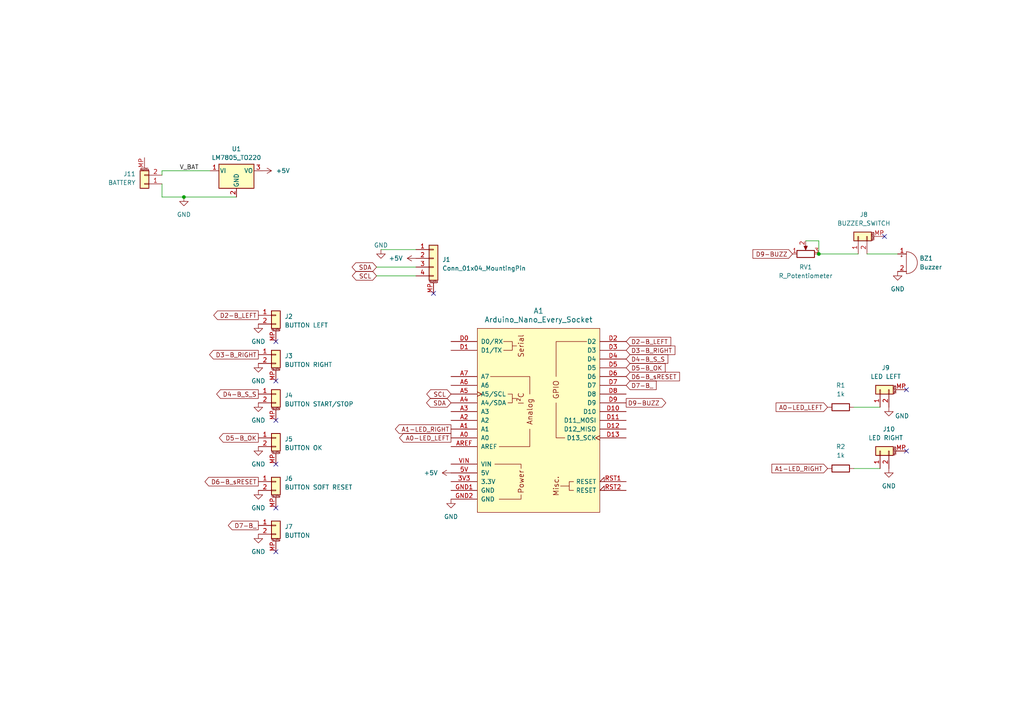
<source format=kicad_sch>
(kicad_sch (version 20230121) (generator eeschema)
  (paper "A4")
  (lib_symbols
    (symbol "Connector_Generic_MountingPin:Conn_01x02_MountingPin" (pin_names (offset 1.016) hide)
      (property "Reference" "J" (at 0 2.54 0))
      (property "Value" "Conn_01x02_MountingPin" (at 1.27 -5.08 0))
      (symbol "Conn_01x02_MountingPin_1_1"
        (rectangle (start -1.27 -2.413) (end 0 -2.667) (stroke (width 0.1524)))
        (rectangle (start -1.27 0.127) (end 0 -0.127) (stroke (width 0.1524)))
        (rectangle (start -1.27 1.27) (end 1.27 -3.81) (stroke (width 0.254)) (fill (type background)))
        (polyline (pts (xy -1.016 -4.572) (xy 1.016 -4.572)) (stroke (width 0.1524)))
        (text "Mounting" (at 0 -4.191 0) (effects (font (size 0.381 0.381))))
        (pin passive line (at -5.08 0 0) (length 3.81) (name "Pin_1") (number "1"))
        (pin passive line (at -5.08 -2.54 0) (length 3.81) (name "Pin_2") (number "2"))
        (pin passive line (at 0 -7.62 90) (length 3.048) (name "MountPin") (number "MP"))
      )
    )
    (symbol "Connector_Generic_MountingPin:Conn_01x04_MountingPin" (pin_names (offset 1.016) hide)
      (property "Reference" "J" (at 0 5.08 0))
      (property "Value" "Conn_01x04_MountingPin" (at 1.27 -7.62 0))
      (symbol "Conn_01x04_MountingPin_1_1"
        (rectangle (start -1.27 -4.953) (end 0 -5.207) (stroke (width 0.1524)))
        (rectangle (start -1.27 -2.413) (end 0 -2.667) (stroke (width 0.1524)))
        (rectangle (start -1.27 0.127) (end 0 -0.127) (stroke (width 0.1524)))
        (rectangle (start -1.27 2.667) (end 0 2.413) (stroke (width 0.1524)))
        (rectangle (start -1.27 3.81) (end 1.27 -6.35) (stroke (width 0.254)) (fill (type background)))
        (polyline (pts (xy -1.016 -7.112) (xy 1.016 -7.112)) (stroke (width 0.1524)))
        (text "Mounting" (at 0 -6.731 0) (effects (font (size 0.381 0.381))))
        (pin passive line (at -5.08 2.54 0) (length 3.81) (name "Pin_1") (number "1"))
        (pin passive line (at -5.08 0 0) (length 3.81) (name "Pin_2") (number "2"))
        (pin passive line (at -5.08 -2.54 0) (length 3.81) (name "Pin_3") (number "3"))
        (pin passive line (at -5.08 -5.08 0) (length 3.81) (name "Pin_4") (number "4"))
        (pin passive line (at 0 -10.16 90) (length 3.048) (name "MountPin") (number "MP"))
      )
    )
    (symbol "Device:Buzzer" (pin_names (offset 0.0254) hide)
      (property "Reference" "BZ" (at 3.81 1.27 0))
      (property "Value" "Buzzer" (at 3.81 -1.27 0))
      (symbol "Buzzer_0_1"
        (arc (start 0 -3.175) (mid 3.1612 0) (end 0 3.175))
        (polyline (pts (xy -1.651 1.905) (xy -1.143 1.905)))
        (polyline (pts (xy -1.397 2.159) (xy -1.397 1.651)))
        (polyline (pts (xy 0 3.175) (xy 0 -3.175)))
      )
      (symbol "Buzzer_1_1"
        (pin passive line (at -2.54 2.54 0) (length 2.54) (name "-") (number "1"))
        (pin passive line (at -2.54 -2.54 0) (length 2.54) (name "+") (number "2"))
      )
    )
    (symbol "Device:R" (pin_numbers hide) (pin_names (offset 0))
      (property "Reference" "R" (at 2.032 0 90))
      (property "Value" "R" (at 0 0 90))
      (symbol "R_0_1"
        (rectangle (start -1.016 -2.54) (end 1.016 2.54) (stroke (width 0.254)))
      )
      (symbol "R_1_1"
        (pin passive line (at 0 3.81 270) (length 1.27) (name "~") (number "1"))
        (pin passive line (at 0 -3.81 90) (length 1.27) (name "~") (number "2"))
      )
    )
    (symbol "Device:R_Potentiometer" (pin_names (offset 1.016) hide)
      (property "Reference" "RV" (at -4.445 0 90))
      (property "Value" "R_Potentiometer" (at -2.54 0 90))
      (symbol "R_Potentiometer_0_1"
        (polyline (pts (xy 2.54 0) (xy 1.524 0)))
        (polyline (pts (xy 1.143 0) (xy 2.286 0.508) (xy 2.286 -0.508) (xy 1.143 0)) (fill (type outline)))
        (rectangle (start 1.016 2.54) (end -1.016 -2.54) (stroke (width 0.254)))
      )
      (symbol "R_Potentiometer_1_1"
        (pin passive line (at 0 3.81 270) (length 1.27) (name "1") (number "1"))
        (pin passive line (at 3.81 0 180) (length 1.27) (name "2") (number "2"))
        (pin passive line (at 0 -3.81 90) (length 1.27) (name "3") (number "3"))
      )
    )
    (symbol "PCM_arduino-library:Arduino_Nano_Every_Socket" (pin_names (offset 1.016))
      (property "Reference" "A" (at 0 33.02 0))
      (property "Value" "Arduino_Nano_Every_Socket" (at 0 29.21 0))
      (symbol "Arduino_Nano_Every_Socket_0_0"
        (rectangle (start -17.78 26.67) (end 17.78 -26.67) (fill (type background)))
        (polyline (pts (xy -7.62 6.35) (xy -6.35 6.35)))
        (polyline (pts (xy -7.62 21.59) (xy -6.35 21.59)))
        (polyline (pts (xy 8.89 -19.05) (xy 6.35 -19.05)))
        (polyline (pts (xy -11.43 -22.86) (xy -5.08 -22.86) (xy -5.08 -21.59)))
        (polyline (pts (xy -5.08 -13.97) (xy -5.08 -12.7) (xy -12.7 -12.7)))
        (polyline (pts (xy -10.16 22.86) (xy -7.62 22.86) (xy -7.62 20.32) (xy -10.16 20.32)))
        (polyline (pts (xy -8.89 7.62) (xy -7.62 7.62) (xy -7.62 5.08) (xy -8.89 5.08)))
        (text "Analog" (at -2.54 2.54 900) (effects (font (size 1.524 1.524))))
        (text "I²C" (at -5.08 6.35 900) (effects (font (size 1.524 1.524))))
        (text "Misc." (at 5.08 -19.05 900) (effects (font (size 1.524 1.524))))
        (text "Power" (at -5.08 -17.78 900) (effects (font (size 1.524 1.524))))
        (text "Serial" (at -5.08 21.59 900) (effects (font (size 1.524 1.524))))
      )
      (symbol "Arduino_Nano_Every_Socket_0_1"
        (polyline (pts (xy -13.97 12.7) (xy -2.54 12.7) (xy -2.54 7.62)))
        (polyline (pts (xy -11.43 -7.62) (xy -2.54 -7.62) (xy -2.54 -2.54)))
        (polyline (pts (xy 7.62 -5.08) (xy 5.08 -5.08) (xy 5.08 5.08)))
        (polyline (pts (xy 13.97 22.86) (xy 5.08 22.86) (xy 5.08 12.7)))
        (polyline (pts (xy 10.16 -17.78) (xy 8.89 -17.78) (xy 8.89 -20.32) (xy 10.16 -20.32)))
      )
      (symbol "Arduino_Nano_Every_Socket_1_0"
        (text "GPIO" (at 5.08 8.89 900) (effects (font (size 1.524 1.524))))
      )
      (symbol "Arduino_Nano_Every_Socket_1_1"
        (pin power_out line (at -25.4 -17.78 0) (length 7.62) (name "3.3V") (number "3V3"))
        (pin power_in line (at -25.4 -15.24 0) (length 7.62) (name "5V") (number "5V"))
        (pin bidirectional line (at -25.4 -5.08 0) (length 7.62) (name "A0") (number "A0"))
        (pin bidirectional line (at -25.4 -2.54 0) (length 7.62) (name "A1") (number "A1"))
        (pin bidirectional line (at -25.4 0 0) (length 7.62) (name "A2") (number "A2"))
        (pin bidirectional line (at -25.4 2.54 0) (length 7.62) (name "A3") (number "A3"))
        (pin bidirectional line (at -25.4 5.08 0) (length 7.62) (name "A4/SDA") (number "A4"))
        (pin bidirectional clock (at -25.4 7.62 0) (length 7.62) (name "A5/SCL") (number "A5"))
        (pin input line (at -25.4 10.16 0) (length 7.62) (name "A6") (number "A6"))
        (pin input line (at -25.4 12.7 0) (length 7.62) (name "A7") (number "A7"))
        (pin input line (at -25.4 -7.62 0) (length 7.62) (name "AREF") (number "AREF"))
        (pin bidirectional line (at -25.4 22.86 0) (length 7.62) (name "D0/RX") (number "D0"))
        (pin bidirectional line (at -25.4 20.32 0) (length 7.62) (name "D1/TX") (number "D1"))
        (pin bidirectional line (at 25.4 2.54 180) (length 7.62) (name "D10") (number "D10"))
        (pin bidirectional line (at 25.4 0 180) (length 7.62) (name "D11_MOSI") (number "D11"))
        (pin bidirectional line (at 25.4 -2.54 180) (length 7.62) (name "D12_MISO") (number "D12"))
        (pin bidirectional clock (at 25.4 -5.08 180) (length 7.62) (name "D13_SCK") (number "D13"))
        (pin bidirectional line (at 25.4 22.86 180) (length 7.62) (name "D2") (number "D2"))
        (pin bidirectional line (at 25.4 20.32 180) (length 7.62) (name "D3") (number "D3"))
        (pin bidirectional line (at 25.4 17.78 180) (length 7.62) (name "D4") (number "D4"))
        (pin bidirectional line (at 25.4 15.24 180) (length 7.62) (name "D5") (number "D5"))
        (pin bidirectional line (at 25.4 12.7 180) (length 7.62) (name "D6") (number "D6"))
        (pin bidirectional line (at 25.4 10.16 180) (length 7.62) (name "D7") (number "D7"))
        (pin bidirectional line (at 25.4 7.62 180) (length 7.62) (name "D8") (number "D8"))
        (pin bidirectional line (at 25.4 5.08 180) (length 7.62) (name "D9") (number "D9"))
        (pin power_in line (at -25.4 -20.32 0) (length 7.62) (name "GND") (number "GND1"))
        (pin power_in line (at -25.4 -22.86 0) (length 7.62) (name "GND") (number "GND2"))
        (pin open_collector input_low (at 25.4 -17.78 180) (length 7.62) (name "RESET") (number "RST1"))
        (pin open_collector input_low (at 25.4 -20.32 180) (length 7.62) (name "RESET") (number "RST2"))
        (pin power_in line (at -25.4 -12.7 0) (length 7.62) (name "VIN") (number "VIN"))
      )
    )
    (symbol "Regulator_Linear:LM7805_TO220" (pin_names (offset 0.254))
      (property "Reference" "U" (at -3.81 3.175 0))
      (property "Value" "LM7805_TO220" (at 0 3.175 0))
      (symbol "LM7805_TO220_0_1"
        (rectangle (start -5.08 1.905) (end 5.08 -5.08) (stroke (width 0.254)) (fill (type background)))
      )
      (symbol "LM7805_TO220_1_1"
        (pin power_in line (at -7.62 0 0) (length 2.54) (name "VI") (number "1"))
        (pin power_in line (at 0 -7.62 90) (length 2.54) (name "GND") (number "2"))
        (pin power_out line (at 7.62 0 180) (length 2.54) (name "VO") (number "3"))
      )
    )
    (symbol "power:+5V" (power) (pin_names (offset 0))
      (property "Value" "+5V" (at 0 3.556 0))
      (symbol "+5V_0_1"
        (polyline (pts (xy -0.762 1.27) (xy 0 2.54)))
        (polyline (pts (xy 0 0) (xy 0 2.54)))
        (polyline (pts (xy 0 2.54) (xy 0.762 1.27)))
      )
      (symbol "+5V_1_1"
        (pin power_in line (at 0 0 90) (length 0) hide (name "+5V") (number "1"))
      )
    )
    (symbol "power:GND" (power) (pin_names (offset 0))
      (property "Value" "GND" (at 0 -3.81 0))
      (symbol "GND_0_1"
        (polyline (pts (xy 0 0) (xy 0 -1.27) (xy 1.27 -1.27) (xy 0 -2.54) (xy -1.27 -1.27) (xy 0 -1.27)))
      )
      (symbol "GND_1_1"
        (pin power_in line (at 0 0 270) (length 0) hide (name "GND") (number "1"))
      )
    )
  )
  (junction (at 237.49 73.66))
  (junction (at 53.34 57.15))
  (no_connect (at 80.01 160.02))
  (no_connect (at 262.89 113.03))
  (no_connect (at 256.54 68.58))
  (no_connect (at 80.01 99.06))
  (no_connect (at 125.73 85.09))
  (no_connect (at 262.89 130.81))
  (no_connect (at 80.01 121.92))
  (no_connect (at 80.01 110.49))
  (no_connect (at 80.01 134.62))
  (no_connect (at 80.01 147.32))
  (wire (pts (xy 109.22 77.47) (xy 120.65 77.47)))
  (wire (pts (xy 46.99 57.15) (xy 53.34 57.15)))
  (wire (pts (xy 53.34 57.15) (xy 68.58 57.15)))
  (wire (pts (xy 46.99 49.53) (xy 60.96 49.53)))
  (wire (pts (xy 247.65 118.11) (xy 255.27 118.11)))
  (wire (pts (xy 46.99 50.8) (xy 46.99 49.53)))
  (wire (pts (xy 109.22 80.01) (xy 120.65 80.01)))
  (wire (pts (xy 237.49 73.66) (xy 248.92 73.66)))
  (wire (pts (xy 251.46 73.66) (xy 260.35 73.66)))
  (wire (pts (xy 110.49 72.39) (xy 120.65 72.39)))
  (wire (pts (xy 46.99 53.34) (xy 46.99 57.15)))
  (wire (pts (xy 233.68 69.85) (xy 237.49 69.85)))
  (wire (pts (xy 247.65 135.89) (xy 255.27 135.89)))
  (wire (pts (xy 237.49 69.85) (xy 237.49 73.66)))
  (label "V_BAT" (at 52.07 49.53 0))
  (global_label "D7-B_" (shape input) (at 181.61 111.76 0) (property "Intersheetrefs" "${INTERSHEET_REFS}" (effects hide)))
  (global_label "A0-LED_LEFT" (shape input) (at 240.03 118.11 180) (property "Intersheetrefs" "${INTERSHEET_REFS}" (effects hide)))
  (global_label "D5-B_OK" (shape output) (at 74.93 127 180) (property "Intersheetrefs" "${INTERSHEET_REFS}" (effects hide)))
  (global_label "SCL" (shape bidirectional) (at 130.81 114.3 180) (property "Intersheetrefs" "${INTERSHEET_REFS}" (effects hide)))
  (global_label "D9-BUZZ" (shape output) (at 181.61 116.84 0) (property "Intersheetrefs" "${INTERSHEET_REFS}" (effects hide)))
  (global_label "D3-B_RIGHT" (shape output) (at 74.93 102.87 180) (property "Intersheetrefs" "${INTERSHEET_REFS}" (effects hide)))
  (global_label "D6-B_sRESET" (shape input) (at 181.61 109.22 0) (property "Intersheetrefs" "${INTERSHEET_REFS}" (effects hide)))
  (global_label "A1-LED_RIGHT" (shape input) (at 240.03 135.89 180) (property "Intersheetrefs" "${INTERSHEET_REFS}" (effects hide)))
  (global_label "D4-B_S_S" (shape input) (at 181.61 104.14 0) (property "Intersheetrefs" "${INTERSHEET_REFS}" (effects hide)))
  (global_label "D5-B_OK" (shape input) (at 181.61 106.68 0) (property "Intersheetrefs" "${INTERSHEET_REFS}" (effects hide)))
  (global_label "D2-B_LEFT" (shape input) (at 181.61 99.06 0) (property "Intersheetrefs" "${INTERSHEET_REFS}" (effects hide)))
  (global_label "D6-B_sRESET" (shape output) (at 74.93 139.7 180) (property "Intersheetrefs" "${INTERSHEET_REFS}" (effects hide)))
  (global_label "A0-LED_LEFT" (shape output) (at 130.81 127 180) (property "Intersheetrefs" "${INTERSHEET_REFS}" (effects hide)))
  (global_label "D3-B_RIGHT" (shape input) (at 181.61 101.6 0) (property "Intersheetrefs" "${INTERSHEET_REFS}" (effects hide)))
  (global_label "A1-LED_RIGHT" (shape output) (at 130.81 124.46 180) (property "Intersheetrefs" "${INTERSHEET_REFS}" (effects hide)))
  (global_label "D9-BUZZ" (shape input) (at 229.87 73.66 180) (property "Intersheetrefs" "${INTERSHEET_REFS}" (effects hide)))
  (global_label "D7-B_" (shape output) (at 74.93 152.4 180) (property "Intersheetrefs" "${INTERSHEET_REFS}" (effects hide)))
  (global_label "SCL" (shape bidirectional) (at 109.22 80.01 180) (property "Intersheetrefs" "${INTERSHEET_REFS}" (effects hide)))
  (global_label "D4-B_S_S" (shape output) (at 74.93 114.3 180) (property "Intersheetrefs" "${INTERSHEET_REFS}" (effects hide)))
  (global_label "SDA" (shape bidirectional) (at 109.22 77.47 180) (property "Intersheetrefs" "${INTERSHEET_REFS}" (effects hide)))
  (global_label "D2-B_LEFT" (shape output) (at 74.93 91.44 180) (property "Intersheetrefs" "${INTERSHEET_REFS}" (effects hide)))
  (global_label "SDA" (shape bidirectional) (at 130.81 116.84 180) (property "Intersheetrefs" "${INTERSHEET_REFS}" (effects hide)))
  (symbol (lib_id "Connector_Generic_MountingPin:Conn_01x02_MountingPin") (at 255.27 113.03 90) (unit 1)
    (property "Reference" "J9" (at 256.8956 106.68 90))
    (property "Value" "LED LEFT" (at 256.8956 109.22 90))
    (property "Footprint" "Connector_PinHeader_2.54mm:PinHeader_1x02_P2.54mm_Vertical" (effects hide))
  )
  (symbol (lib_id "Connector_Generic_MountingPin:Conn_01x02_MountingPin") (at 248.92 68.58 90) (unit 1)
    (property "Reference" "J8" (at 250.5456 62.23 90))
    (property "Value" "BUZZER_SWITCH" (at 250.5456 64.77 90))
    (property "Footprint" "Connector_PinHeader_2.54mm:PinHeader_1x02_P2.54mm_Vertical" (effects hide))
  )
  (symbol (lib_id "Connector_Generic_MountingPin:Conn_01x02_MountingPin") (at 80.01 127 0) (unit 1)
    (property "Reference" "J5" (at 82.55 127.3556 0) (effects (justify left)))
    (property "Value" "BUTTON OK" (at 82.55 129.8956 0) (effects (justify left)))
    (property "Footprint" "Connector_PinHeader_2.54mm:PinHeader_1x02_P2.54mm_Vertical" (effects hide))
  )
  (symbol (lib_id "power:GND") (at 74.93 105.41 0) (unit 1)
    (property "Reference" "#PWR06" (effects hide))
    (property "Value" "GND" (at 74.93 110.49 0))
  )
  (symbol (lib_id "power:GND") (at 257.81 135.89 0) (unit 1)
    (property "Reference" "#PWR013" (effects hide))
    (property "Value" "GND" (at 257.81 140.97 0))
  )
  (symbol (lib_id "power:+5V") (at 120.65 74.93 90) (unit 1)
    (property "Reference" "#PWR02" (effects hide))
    (property "Value" "+5V" (at 116.84 74.93 90) (effects (justify left)))
  )
  (symbol (lib_id "power:GND") (at 130.81 144.78 0) (unit 1)
    (property "Reference" "#PWR04" (effects hide))
    (property "Value" "GND" (at 130.81 149.86 0))
  )
  (symbol (lib_id "PCM_arduino-library:Arduino_Nano_Every_Socket") (at 156.21 121.92 0) (unit 1)
    (property "Reference" "A1" (at 156.21 90.17 0) (effects (font (size 1.524 1.524))))
    (property "Value" "Arduino_Nano_Every_Socket" (at 156.21 92.71 0) (effects (font (size 1.524 1.524))))
    (property "Footprint" "PCM_arduino-library:Arduino_Nano_Every_Socket" (effects hide))
    (property "Datasheet" "https://docs.arduino.cc/hardware/nano-every" (effects hide))
  )
  (symbol (lib_id "power:GND") (at 260.35 78.74 0) (unit 1)
    (property "Reference" "#PWR011" (effects hide))
    (property "Value" "GND" (at 260.35 83.82 0))
  )
  (symbol (lib_id "Connector_Generic_MountingPin:Conn_01x02_MountingPin") (at 80.01 152.4 0) (unit 1)
    (property "Reference" "J7" (at 82.55 152.7556 0) (effects (justify left)))
    (property "Value" "BUTTON" (at 82.55 155.2956 0) (effects (justify left)))
    (property "Footprint" "Connector_PinHeader_2.54mm:PinHeader_1x02_P2.54mm_Vertical" (effects hide))
  )
  (symbol (lib_id "Connector_Generic_MountingPin:Conn_01x02_MountingPin") (at 41.91 53.34 180) (unit 1)
    (property "Reference" "J11" (at 39.37 50.4444 0) (effects (justify left)))
    (property "Value" "BATTERY" (at 39.37 52.9844 0) (effects (justify left)))
    (property "Footprint" "Connector_PinHeader_2.54mm:PinHeader_1x02_P2.54mm_Vertical" (effects hide))
  )
  (symbol (lib_id "power:GND") (at 74.93 142.24 0) (unit 1)
    (property "Reference" "#PWR09" (effects hide))
    (property "Value" "GND" (at 74.93 147.32 0))
  )
  (symbol (lib_id "power:GND") (at 110.49 72.39 0) (unit 1)
    (property "Reference" "#PWR01" (effects hide))
    (property "Value" "GND" (at 110.49 71.12 0))
  )
  (symbol (lib_id "Device:R_Potentiometer") (at 233.68 73.66 90) (unit 1)
    (property "Reference" "RV1" (at 233.68 77.47 90))
    (property "Value" "R_Potentiometer" (at 233.68 80.01 90))
    (property "Footprint" "Potentiometer_THT:Potentiometer_ACP_CA9-V10_Vertical" (effects hide))
  )
  (symbol (lib_id "Connector_Generic_MountingPin:Conn_01x02_MountingPin") (at 255.27 130.81 90) (unit 1)
    (property "Reference" "J10" (at 257.81 124.46 90))
    (property "Value" "LED RIGHT" (at 256.8956 127 90))
    (property "Footprint" "Connector_PinHeader_2.54mm:PinHeader_1x02_P2.54mm_Vertical" (effects hide))
  )
  (symbol (lib_id "power:+5V") (at 76.2 49.53 270) (unit 1)
    (property "Reference" "#PWR015" (effects hide))
    (property "Value" "+5V" (at 80.01 49.53 90) (effects (justify left)))
  )
  (symbol (lib_id "power:GND") (at 74.93 116.84 0) (unit 1)
    (property "Reference" "#PWR07" (effects hide))
    (property "Value" "GND" (at 74.93 121.92 0))
  )
  (symbol (lib_id "Connector_Generic_MountingPin:Conn_01x02_MountingPin") (at 80.01 139.7 0) (unit 1)
    (property "Reference" "J6" (at 82.55 138.7856 0) (effects (justify left)))
    (property "Value" "BUTTON SOFT RESET" (at 82.55 141.3256 0) (effects (justify left)))
    (property "Footprint" "Connector_PinHeader_2.54mm:PinHeader_1x02_P2.54mm_Vertical" (effects hide))
  )
  (symbol (lib_id "Connector_Generic_MountingPin:Conn_01x02_MountingPin") (at 80.01 102.87 0) (unit 1)
    (property "Reference" "J3" (at 82.55 103.2256 0) (effects (justify left)))
    (property "Value" "BUTTON RIGHT" (at 82.55 105.7656 0) (effects (justify left)))
    (property "Footprint" "Connector_PinHeader_2.54mm:PinHeader_1x02_P2.54mm_Vertical" (effects hide))
  )
  (symbol (lib_id "Device:R") (at 243.84 135.89 90) (unit 1)
    (property "Reference" "R2" (at 243.84 129.54 90))
    (property "Value" "1k" (at 243.84 132.08 90))
    (property "Footprint" "Resistor_THT:R_Axial_DIN0207_L6.3mm_D2.5mm_P10.16mm_Horizontal" (effects hide))
  )
  (symbol (lib_id "power:GND") (at 53.34 57.15 0) (unit 1)
    (property "Reference" "#PWR014" (effects hide))
    (property "Value" "GND" (at 53.34 62.23 0))
  )
  (symbol (lib_id "power:GND") (at 74.93 93.98 0) (unit 1)
    (property "Reference" "#PWR05" (effects hide))
    (property "Value" "GND" (at 74.93 99.06 0))
  )
  (symbol (lib_id "power:GND") (at 74.93 154.94 0) (unit 1)
    (property "Reference" "#PWR010" (effects hide))
    (property "Value" "GND" (at 74.93 160.02 0))
  )
  (symbol (lib_id "power:GND") (at 257.81 118.11 0) (unit 1)
    (property "Reference" "#PWR012" (effects hide))
    (property "Value" "GND" (at 261.62 120.65 0))
  )
  (symbol (lib_id "power:GND") (at 74.93 129.54 0) (unit 1)
    (property "Reference" "#PWR08" (effects hide))
    (property "Value" "GND" (at 74.93 134.62 0))
  )
  (symbol (lib_id "Connector_Generic_MountingPin:Conn_01x04_MountingPin") (at 125.73 74.93 0) (unit 1)
    (property "Reference" "J1" (at 128.27 75.2856 0) (effects (justify left)))
    (property "Value" "Conn_01x04_MountingPin" (at 128.27 77.8256 0) (effects (justify left)))
    (property "Footprint" "Connector_PinHeader_2.54mm:PinHeader_1x04_P2.54mm_Vertical" (effects hide))
  )
  (symbol (lib_id "Device:R") (at 243.84 118.11 90) (unit 1)
    (property "Reference" "R1" (at 243.84 111.76 90))
    (property "Value" "1k" (at 243.84 114.3 90))
    (property "Footprint" "Resistor_THT:R_Axial_DIN0207_L6.3mm_D2.5mm_P10.16mm_Horizontal" (effects hide))
  )
  (symbol (lib_id "Connector_Generic_MountingPin:Conn_01x02_MountingPin") (at 80.01 91.44 0) (unit 1)
    (property "Reference" "J2" (at 82.55 91.7956 0) (effects (justify left)))
    (property "Value" "BUTTON LEFT" (at 82.55 94.3356 0) (effects (justify left)))
    (property "Footprint" "Connector_PinHeader_2.54mm:PinHeader_1x02_P2.54mm_Vertical" (effects hide))
  )
  (symbol (lib_id "Regulator_Linear:LM7805_TO220") (at 68.58 49.53 0) (unit 1)
    (property "Reference" "U1" (at 68.58 43.18 0))
    (property "Value" "LM7805_TO220" (at 68.58 45.72 0))
    (property "Footprint" "Package_TO_SOT_THT:TO-220-3_Vertical" (effects hide))
    (property "Datasheet" "https://www.onsemi.cn/PowerSolutions/document/MC7800-D.PDF" (effects hide))
  )
  (symbol (lib_id "Connector_Generic_MountingPin:Conn_01x02_MountingPin") (at 80.01 114.3 0) (unit 1)
    (property "Reference" "J4" (at 82.55 114.6556 0) (effects (justify left)))
    (property "Value" "BUTTON START/STOP" (at 82.55 117.1956 0) (effects (justify left)))
    (property "Footprint" "Connector_PinHeader_2.54mm:PinHeader_1x02_P2.54mm_Vertical" (effects hide))
  )
  (symbol (lib_id "power:+5V") (at 130.81 137.16 90) (unit 1)
    (property "Reference" "#PWR03" (effects hide))
    (property "Value" "+5V" (at 127 137.16 90) (effects (justify left)))
  )
  (symbol (lib_id "Device:Buzzer") (at 262.89 76.2 0) (unit 1)
    (property "Reference" "BZ1" (at 266.7 74.93 0) (effects (justify left)))
    (property "Value" "Buzzer" (at 266.7 77.47 0) (effects (justify left)))
    (property "Footprint" "Buzzer_Beeper:Buzzer_12x9.5RM7.6" (effects hide))
  )
)
</source>
